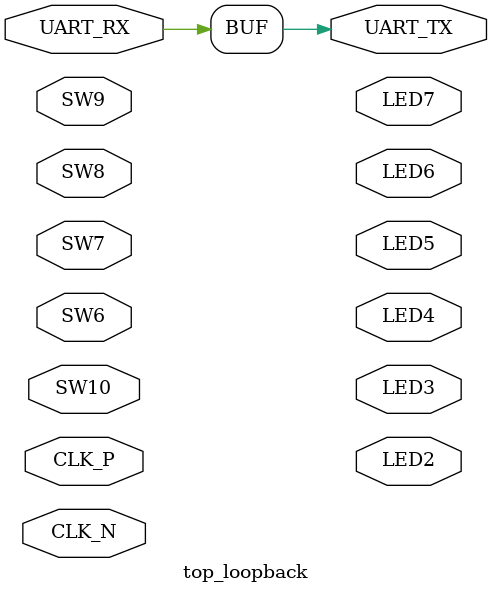
<source format=sv>
module top_loopback(
	input logic CLK_P,
	input logic CLK_N,
	input logic UART_RX,
	input logic SW6,//reading
	input logic SW7,//initialize everything
	input logic SW8,
	input logic SW9,
	input logic SW10,
	output logic UART_TX,
	output logic LED2,
	output logic LED3,
	output logic LED4,
	output logic LED5,
	output logic LED6,
	output logic LED7
);
	logic received,start_send;
	logic[7:0] receiver_to_processor,processor_to_sender;


	logic CLK;
  logic locked;
	clk_wiz_0 clkwiz0(CLK_P,CLK_N, CLK,1'b0,locked);
//	IBUFGDS ibufgds(.I(CLK_P), .IB(CLK_N), .O(CLK));

//	controller cont(CLK,UART_RX,SW6,SW7,SW8,SW9,SW10,UART_TX,
  //  LED2,LED3,LED4,LED5,LED6,LED7,1'b0);

  assign UART_TX = UART_RX;
/*
  logic fin;

	receiver receiver_instance(CLK, UART_RX, receiver_to_processor, start_send);
	assign processor_to_sender = receiver_to_processor;
  sender sender_instance(CLK, processor_to_sender, start_send, UART_TX,fin,LED2,LED3,LED4,LED5,LED6,LED7);
  */
endmodule

</source>
